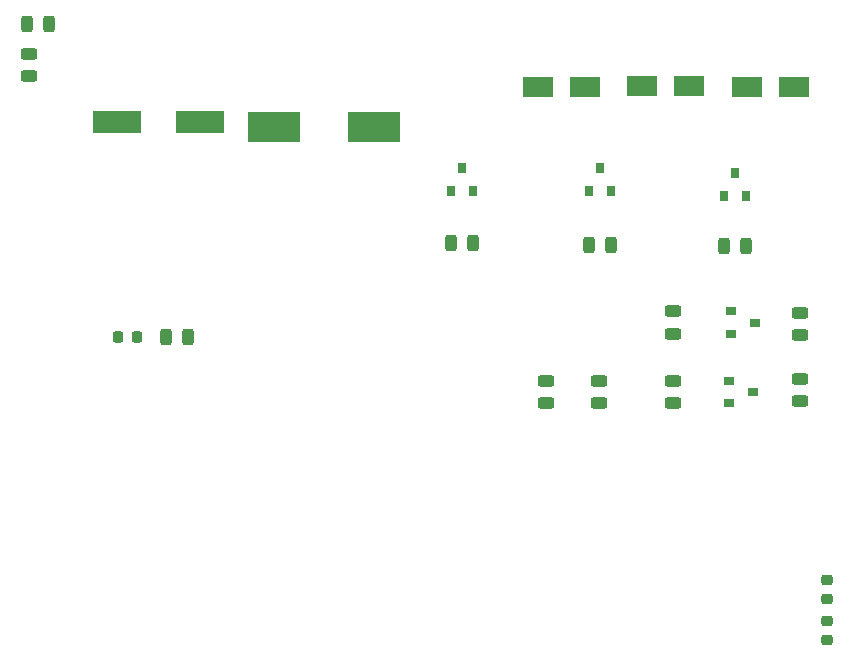
<source format=gbr>
G04 #@! TF.GenerationSoftware,KiCad,Pcbnew,7.0.7*
G04 #@! TF.CreationDate,2023-10-12T15:34:55+02:00*
G04 #@! TF.ProjectId,Astroplant_VFR,41737472-6f70-46c6-916e-745f5646522e,0.5*
G04 #@! TF.SameCoordinates,Original*
G04 #@! TF.FileFunction,Paste,Top*
G04 #@! TF.FilePolarity,Positive*
%FSLAX46Y46*%
G04 Gerber Fmt 4.6, Leading zero omitted, Abs format (unit mm)*
G04 Created by KiCad (PCBNEW 7.0.7) date 2023-10-12 15:34:55*
%MOMM*%
%LPD*%
G01*
G04 APERTURE LIST*
G04 Aperture macros list*
%AMRoundRect*
0 Rectangle with rounded corners*
0 $1 Rounding radius*
0 $2 $3 $4 $5 $6 $7 $8 $9 X,Y pos of 4 corners*
0 Add a 4 corners polygon primitive as box body*
4,1,4,$2,$3,$4,$5,$6,$7,$8,$9,$2,$3,0*
0 Add four circle primitives for the rounded corners*
1,1,$1+$1,$2,$3*
1,1,$1+$1,$4,$5*
1,1,$1+$1,$6,$7*
1,1,$1+$1,$8,$9*
0 Add four rect primitives between the rounded corners*
20,1,$1+$1,$2,$3,$4,$5,0*
20,1,$1+$1,$4,$5,$6,$7,0*
20,1,$1+$1,$6,$7,$8,$9,0*
20,1,$1+$1,$8,$9,$2,$3,0*%
G04 Aperture macros list end*
%ADD10R,4.400000X2.500000*%
%ADD11RoundRect,0.243750X0.456250X-0.243750X0.456250X0.243750X-0.456250X0.243750X-0.456250X-0.243750X0*%
%ADD12RoundRect,0.243750X0.243750X0.456250X-0.243750X0.456250X-0.243750X-0.456250X0.243750X-0.456250X0*%
%ADD13R,4.150000X1.900000*%
%ADD14RoundRect,0.218750X0.256250X-0.218750X0.256250X0.218750X-0.256250X0.218750X-0.256250X-0.218750X0*%
%ADD15R,2.500000X1.800000*%
%ADD16RoundRect,0.218750X-0.218750X-0.256250X0.218750X-0.256250X0.218750X0.256250X-0.218750X0.256250X0*%
%ADD17R,0.900000X0.800000*%
%ADD18R,0.800000X0.900000*%
%ADD19RoundRect,0.243750X-0.456250X0.243750X-0.456250X-0.243750X0.456250X-0.243750X0.456250X0.243750X0*%
%ADD20RoundRect,0.218750X-0.256250X0.218750X-0.256250X-0.218750X0.256250X-0.218750X0.256250X0.218750X0*%
%ADD21RoundRect,0.243750X-0.243750X-0.456250X0.243750X-0.456250X0.243750X0.456250X-0.243750X0.456250X0*%
G04 APERTURE END LIST*
D10*
X138820000Y-52070000D03*
X130420000Y-52070000D03*
D11*
X109600000Y-47737500D03*
X109600000Y-45862500D03*
D12*
X111337500Y-43300000D03*
X109462500Y-43300000D03*
D13*
X124075000Y-51600000D03*
X117125000Y-51600000D03*
D14*
X177200000Y-95487500D03*
X177200000Y-93912500D03*
D15*
X165500000Y-48600000D03*
X161500000Y-48600000D03*
X174400000Y-48700000D03*
X170400000Y-48700000D03*
X156700000Y-48700000D03*
X152700000Y-48700000D03*
D16*
X117212500Y-69800000D03*
X118787500Y-69800000D03*
D17*
X169100000Y-67650000D03*
X169100000Y-69550000D03*
X171100000Y-68600000D03*
X168900000Y-73550000D03*
X168900000Y-75450000D03*
X170900000Y-74500000D03*
D18*
X157050000Y-57500000D03*
X158950000Y-57500000D03*
X158000000Y-55500000D03*
X168450000Y-57900000D03*
X170350000Y-57900000D03*
X169400000Y-55900000D03*
X145350000Y-57500000D03*
X147250000Y-57500000D03*
X146300000Y-55500000D03*
D19*
X164200000Y-67662500D03*
X164200000Y-69537500D03*
D11*
X174900000Y-69637500D03*
X174900000Y-67762500D03*
D19*
X164200000Y-73562500D03*
X164200000Y-75437500D03*
X174900000Y-73362500D03*
X174900000Y-75237500D03*
X153400000Y-73562500D03*
X153400000Y-75437500D03*
D20*
X177200000Y-90412500D03*
X177200000Y-91987500D03*
D19*
X157900000Y-73525000D03*
X157900000Y-75400000D03*
D21*
X157062500Y-62000000D03*
X158937500Y-62000000D03*
X168462500Y-62100000D03*
X170337500Y-62100000D03*
X145362500Y-61900000D03*
X147237500Y-61900000D03*
D12*
X123137500Y-69800000D03*
X121262500Y-69800000D03*
M02*

</source>
